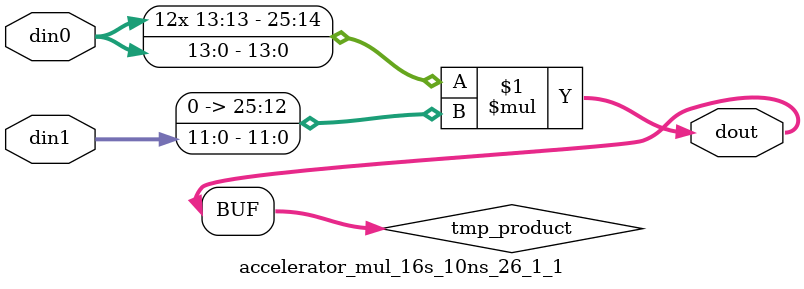
<source format=v>

`timescale 1 ns / 1 ps

 module accelerator_mul_16s_10ns_26_1_1(din0, din1, dout);
parameter ID = 1;
parameter NUM_STAGE = 0;
parameter din0_WIDTH = 14;
parameter din1_WIDTH = 12;
parameter dout_WIDTH = 26;

input [din0_WIDTH - 1 : 0] din0; 
input [din1_WIDTH - 1 : 0] din1; 
output [dout_WIDTH - 1 : 0] dout;

wire signed [dout_WIDTH - 1 : 0] tmp_product;


























assign tmp_product = $signed(din0) * $signed({1'b0, din1});









assign dout = tmp_product;





















endmodule

</source>
